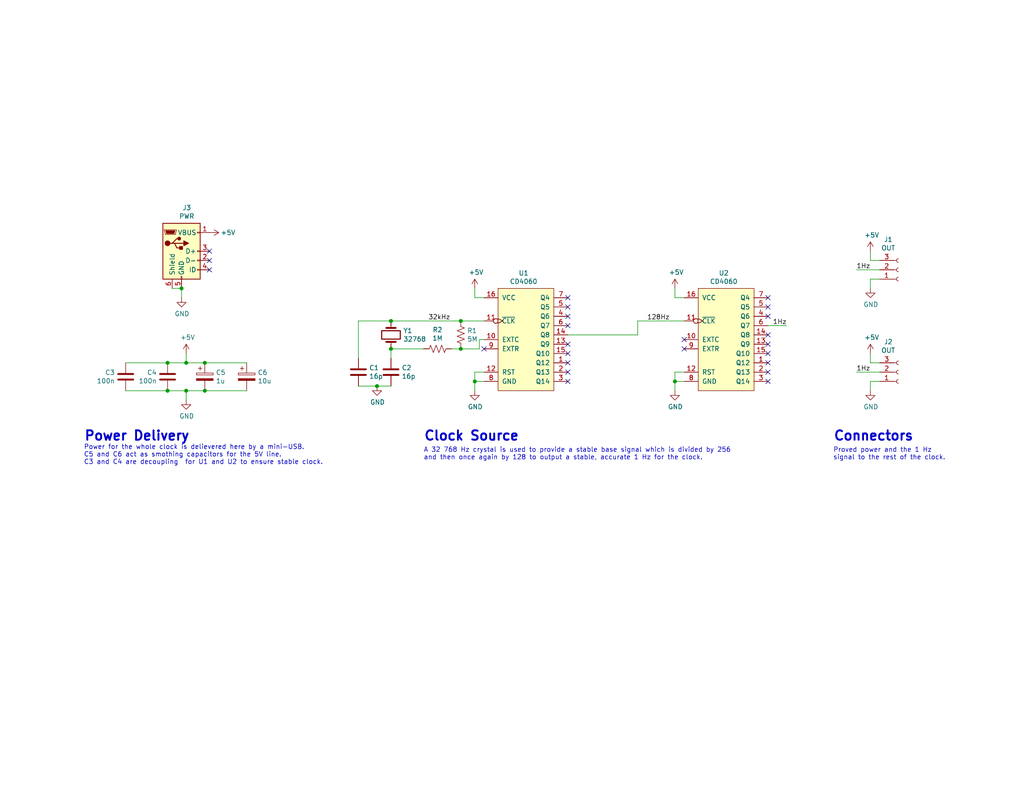
<source format=kicad_sch>
(kicad_sch (version 20211123) (generator eeschema)
  (paper "USLetter")
  (title_block (title "Clock Signal + Power Module") (date "2021-11-28") (rev "1") (company "Savo Bajic") (comment 1 "Accepts power via USB and produces 1Hz for the clock system"))
  (lib_symbols
    (symbol "Connector:Conn_01x03_Female" (pin_names (offset 1.016) hide)
      (property "Reference" "J" (at 0 5.08 0))
      (property "Value" "Conn_01x03_Female" (at 0 -5.08 0))
      (symbol "Conn_01x03_Female_1_1"
        (arc (start 0 -2.032) (mid -0.508 -2.54) (end 0 -3.048) (stroke (width 0.1524)))
        (polyline (pts (xy -1.27 -2.54) (xy -0.508 -2.54)) (stroke (width 0.1524)))
        (polyline (pts (xy -1.27 0) (xy -0.508 0)) (stroke (width 0.1524)))
        (polyline (pts (xy -1.27 2.54) (xy -0.508 2.54)) (stroke (width 0.1524)))
        (arc (start 0 0.508) (mid -0.508 0) (end 0 -0.508) (stroke (width 0.1524)))
        (arc (start 0 3.048) (mid -0.508 2.54) (end 0 2.032) (stroke (width 0.1524)))
        (pin passive line (at -5.08 2.54 0) (length 3.81) (name "Pin_1") (number "1"))
        (pin passive line (at -5.08 0 0) (length 3.81) (name "Pin_2") (number "2"))
        (pin passive line (at -5.08 -2.54 0) (length 3.81) (name "Pin_3") (number "3"))
      )
    )
    (symbol "Connector:USB_B_Mini" (pin_names (offset 1.016))
      (property "Reference" "J" (at -5.08 11.43 0))
      (property "Value" "USB_B_Mini" (at -5.08 8.89 0))
      (symbol "USB_B_Mini_0_1"
        (rectangle (start -5.08 -7.62) (end 5.08 7.62) (stroke (width 0.254)) (fill (type background)))
        (circle (center -3.81 2.159) (radius 0.635) (stroke (width 0.254)) (fill (type outline)))
        (circle (center -0.635 3.429) (radius 0.381) (stroke (width 0.254)) (fill (type outline)))
        (rectangle (start -0.127 -7.62) (end 0.127 -6.858))
        (polyline (pts (xy -1.905 2.159) (xy 0.635 2.159)) (stroke (width 0.254)))
        (polyline (pts (xy -3.175 2.159) (xy -2.54 2.159) (xy -1.27 3.429) (xy -0.635 3.429)) (stroke (width 0.254)))
        (polyline (pts (xy -2.54 2.159) (xy -1.905 2.159) (xy -1.27 0.889) (xy 0 0.889)) (stroke (width 0.254)))
        (polyline (pts (xy 0.635 2.794) (xy 0.635 1.524) (xy 1.905 2.159) (xy 0.635 2.794)) (stroke (width 0.254)) (fill (type outline)))
        (polyline (pts (xy -4.318 5.588) (xy -1.778 5.588) (xy -2.032 4.826) (xy -4.064 4.826) (xy -4.318 5.588)) (fill (type outline)))
        (polyline (pts (xy -4.699 5.842) (xy -4.699 5.588) (xy -4.445 4.826) (xy -4.445 4.572) (xy -1.651 4.572) (xy -1.651 4.826) (xy -1.397 5.588) (xy -1.397 5.842) (xy -4.699 5.842)))
        (rectangle (start 0.254 1.27) (end -0.508 0.508) (stroke (width 0.254)) (fill (type outline)))
        (rectangle (start 5.08 -5.207) (end 4.318 -4.953))
        (rectangle (start 5.08 -2.667) (end 4.318 -2.413))
        (rectangle (start 5.08 -0.127) (end 4.318 0.127))
        (rectangle (start 5.08 4.953) (end 4.318 5.207))
      )
      (symbol "USB_B_Mini_1_1"
        (pin power_out line (at 7.62 5.08 180) (length 2.54) (name "VBUS") (number "1"))
        (pin bidirectional line (at 7.62 -2.54 180) (length 2.54) (name "D-") (number "2"))
        (pin bidirectional line (at 7.62 0 180) (length 2.54) (name "D+") (number "3"))
        (pin passive line (at 7.62 -5.08 180) (length 2.54) (name "ID") (number "4"))
        (pin power_out line (at 0 -10.16 90) (length 2.54) (name "GND") (number "5"))
        (pin passive line (at -2.54 -10.16 90) (length 2.54) (name "Shield") (number "6"))
      )
    )
    (symbol "Device:C" (pin_numbers hide) (pin_names (offset 0.254))
      (property "Reference" "C" (at 0.635 2.54 0))
      (property "Value" "C" (at 0.635 -2.54 0))
      (symbol "C_0_1"
        (polyline (pts (xy -2.032 -0.762) (xy 2.032 -0.762)) (stroke (width 0.508)))
        (polyline (pts (xy -2.032 0.762) (xy 2.032 0.762)) (stroke (width 0.508)))
      )
      (symbol "C_1_1"
        (pin passive line (at 0 3.81 270) (length 2.794) (name "~") (number "1"))
        (pin passive line (at 0 -3.81 90) (length 2.794) (name "~") (number "2"))
      )
    )
    (symbol "Device:CP" (pin_numbers hide) (pin_names (offset 0.254))
      (property "Reference" "C" (at 0.635 2.54 0))
      (property "Value" "Device_CP" (at 0.635 -2.54 0))
      (symbol "CP_0_1"
        (rectangle (start -2.286 0.508) (end 2.286 1.016))
        (polyline (pts (xy -1.778 2.286) (xy -0.762 2.286)))
        (polyline (pts (xy -1.27 2.794) (xy -1.27 1.778)))
        (rectangle (start 2.286 -0.508) (end -2.286 -1.016) (fill (type outline)))
      )
      (symbol "CP_1_1"
        (pin passive line (at 0 3.81 270) (length 2.794) (name "~") (number "1"))
        (pin passive line (at 0 -3.81 90) (length 2.794) (name "~") (number "2"))
      )
    )
    (symbol "Device:Crystal" (pin_numbers hide) (pin_names (offset 1.016) hide)
      (property "Reference" "Y" (at 0 3.81 0))
      (property "Value" "Crystal" (at 0 -3.81 0))
      (symbol "Crystal_0_1"
        (rectangle (start -1.143 2.54) (end 1.143 -2.54) (stroke (width 0.3048)))
        (polyline (pts (xy -2.54 0) (xy -1.905 0)))
        (polyline (pts (xy -1.905 -1.27) (xy -1.905 1.27)) (stroke (width 0.508)))
        (polyline (pts (xy 1.905 -1.27) (xy 1.905 1.27)) (stroke (width 0.508)))
        (polyline (pts (xy 2.54 0) (xy 1.905 0)))
      )
      (symbol "Crystal_1_1"
        (pin passive line (at -3.81 0 0) (length 1.27) (name "1") (number "1"))
        (pin passive line (at 3.81 0 180) (length 1.27) (name "2") (number "2"))
      )
    )
    (symbol "Device:R_US" (pin_numbers hide) (pin_names (offset 0))
      (property "Reference" "R" (at 2.54 0 90))
      (property "Value" "R_US" (at -2.54 0 90))
      (symbol "R_US_0_1"
        (polyline (pts (xy 0 -2.286) (xy 0 -2.54)))
        (polyline (pts (xy 0 2.286) (xy 0 2.54)))
        (polyline (pts (xy 0 -0.762) (xy 1.016 -1.143) (xy 0 -1.524) (xy -1.016 -1.905) (xy 0 -2.286)))
        (polyline (pts (xy 0 0.762) (xy 1.016 0.381) (xy 0 0) (xy -1.016 -0.381) (xy 0 -0.762)))
        (polyline (pts (xy 0 2.286) (xy 1.016 1.905) (xy 0 1.524) (xy -1.016 1.143) (xy 0 0.762)))
      )
      (symbol "R_US_1_1"
        (pin passive line (at 0 3.81 270) (length 1.27) (name "~") (number "1"))
        (pin passive line (at 0 -3.81 90) (length 1.27) (name "~") (number "2"))
      )
    )
    (symbol "clock_ics:CD4060" (pin_names (offset 1.016))
      (property "Reference" "U" (at 0 2.54 0))
      (property "Value" "CD4060" (at 0 0 0))
      (symbol "CD4060_0_1"
        (rectangle (start -7.62 -1.27) (end 7.62 -29.21) (fill (type background)))
      )
      (symbol "CD4060_1_1"
        (pin output line (at 11.43 -21.59 180) (length 3.8354) (name "Q12") (number "1"))
        (pin input line (at -11.43 -15.24 0) (length 3.8354) (name "EXTC") (number "10"))
        (pin input inverted_clock (at -11.43 -10.16 0) (length 3.81) (name "~{CLK}") (number "11"))
        (pin input line (at -11.43 -24.13 0) (length 3.8354) (name "RST") (number "12"))
        (pin output line (at 11.43 -16.51 180) (length 3.8354) (name "Q9") (number "13"))
        (pin output line (at 11.43 -13.97 180) (length 3.8354) (name "Q8") (number "14"))
        (pin output line (at 11.43 -19.05 180) (length 3.8354) (name "Q10") (number "15"))
        (pin power_in line (at -11.43 -3.81 0) (length 3.8354) (name "VCC") (number "16"))
        (pin output line (at 11.43 -24.13 180) (length 3.8354) (name "Q13") (number "2"))
        (pin output line (at 11.43 -26.67 180) (length 3.8354) (name "Q14") (number "3"))
        (pin output line (at 11.43 -8.89 180) (length 3.8354) (name "Q6") (number "4"))
        (pin output line (at 11.43 -6.35 180) (length 3.8354) (name "Q5") (number "5"))
        (pin output line (at 11.43 -11.43 180) (length 3.8354) (name "Q7") (number "6"))
        (pin output line (at 11.43 -3.81 180) (length 3.8354) (name "Q4") (number "7"))
        (pin power_in line (at -11.43 -26.67 0) (length 3.8354) (name "GND") (number "8"))
        (pin input line (at -11.43 -17.78 0) (length 3.8354) (name "EXTR") (number "9"))
      )
    )
    (symbol "power:+5V" (power) (pin_names (offset 0))
      (property "Value" "+5V" (at 0 3.556 0))
      (symbol "+5V_0_1"
        (polyline (pts (xy -0.762 1.27) (xy 0 2.54)))
        (polyline (pts (xy 0 0) (xy 0 2.54)))
        (polyline (pts (xy 0 2.54) (xy 0.762 1.27)))
      )
      (symbol "+5V_1_1"
        (pin power_in line (at 0 0 90) (length 0) hide (name "+5V") (number "1"))
      )
    )
    (symbol "power:GND" (power) (pin_names (offset 0))
      (property "Value" "GND" (at 0 -3.81 0))
      (symbol "GND_0_1"
        (polyline (pts (xy 0 0) (xy 0 -1.27) (xy 1.27 -1.27) (xy 0 -2.54) (xy -1.27 -1.27) (xy 0 -1.27)))
      )
      (symbol "GND_1_1"
        (pin power_in line (at 0 0 270) (length 0) hide (name "GND") (number "1"))
      )
    )
  )
  (junction (at 50.8 99.06))
  (junction (at 45.72 106.68))
  (junction (at 50.8 106.68))
  (junction (at 106.68 95.25))
  (junction (at 184.15 104.14))
  (junction (at 49.53 78.74))
  (junction (at 129.54 104.14))
  (junction (at 125.73 87.63))
  (junction (at 102.87 105.41))
  (junction (at 106.68 87.63))
  (junction (at 55.88 106.68))
  (junction (at 45.72 99.06))
  (junction (at 125.73 95.25))
  (junction (at 55.88 99.06))
  (no_connect (at 57.15 71.12))
  (no_connect (at 154.94 88.9))
  (no_connect (at 154.94 104.14))
  (no_connect (at 154.94 86.36))
  (no_connect (at 209.55 101.6))
  (no_connect (at 154.94 101.6))
  (no_connect (at 209.55 96.52))
  (no_connect (at 209.55 86.36))
  (no_connect (at 154.94 83.82))
  (no_connect (at 154.94 96.52))
  (no_connect (at 57.15 68.58))
  (no_connect (at 209.55 93.98))
  (no_connect (at 209.55 91.44))
  (no_connect (at 209.55 83.82))
  (no_connect (at 154.94 93.98))
  (no_connect (at 57.15 73.66))
  (no_connect (at 186.69 92.71))
  (no_connect (at 154.94 99.06))
  (no_connect (at 209.55 99.06))
  (no_connect (at 132.08 95.25))
  (no_connect (at 154.94 81.28))
  (no_connect (at 209.55 104.14))
  (no_connect (at 209.55 81.28))
  (no_connect (at 186.69 95.25))
  (wire (pts (xy 184.15 78.74) (xy 184.15 81.28)))
  (wire (pts (xy 173.99 87.63) (xy 186.69 87.63)))
  (wire (pts (xy 184.15 106.68) (xy 184.15 104.14)))
  (wire (pts (xy 125.73 87.63) (xy 132.08 87.63)))
  (wire (pts (xy 106.68 97.79) (xy 106.68 95.25)))
  (wire (pts (xy 55.88 99.06) (xy 67.31 99.06)))
  (wire (pts (xy 240.03 71.12) (xy 237.49 71.12)))
  (wire (pts (xy 125.73 95.25) (xy 123.19 95.25)))
  (wire (pts (xy 237.49 99.06) (xy 237.49 96.52)))
  (wire (pts (xy 97.79 97.79) (xy 97.79 87.63)))
  (wire (pts (xy 184.15 81.28) (xy 186.69 81.28)))
  (wire (pts (xy 233.68 101.6) (xy 240.03 101.6)))
  (wire (pts (xy 97.79 87.63) (xy 106.68 87.63)))
  (wire (pts (xy 130.81 95.25) (xy 125.73 95.25)))
  (wire (pts (xy 106.68 87.63) (xy 125.73 87.63)))
  (wire (pts (xy 129.54 78.74) (xy 129.54 81.28)))
  (wire (pts (xy 46.99 78.74) (xy 49.53 78.74)))
  (wire (pts (xy 129.54 101.6) (xy 129.54 104.14)))
  (wire (pts (xy 214.63 88.9) (xy 209.55 88.9)))
  (wire (pts (xy 115.57 95.25) (xy 106.68 95.25)))
  (wire (pts (xy 102.87 105.41) (xy 106.68 105.41)))
  (wire (pts (xy 97.79 105.41) (xy 102.87 105.41)))
  (wire (pts (xy 132.08 101.6) (xy 129.54 101.6)))
  (wire (pts (xy 237.49 76.2) (xy 240.03 76.2)))
  (wire (pts (xy 34.29 99.06) (xy 45.72 99.06)))
  (wire (pts (xy 237.49 78.74) (xy 237.49 76.2)))
  (wire (pts (xy 49.53 78.74) (xy 49.53 81.28)))
  (wire (pts (xy 129.54 81.28) (xy 132.08 81.28)))
  (wire (pts (xy 50.8 106.68) (xy 45.72 106.68)))
  (wire (pts (xy 173.99 91.44) (xy 173.99 87.63)))
  (wire (pts (xy 67.31 106.68) (xy 55.88 106.68)))
  (wire (pts (xy 132.08 92.71) (xy 130.81 92.71)))
  (wire (pts (xy 130.81 92.71) (xy 130.81 95.25)))
  (wire (pts (xy 237.49 106.68) (xy 237.49 104.14)))
  (wire (pts (xy 129.54 106.68) (xy 129.54 104.14)))
  (wire (pts (xy 55.88 106.68) (xy 50.8 106.68)))
  (wire (pts (xy 237.49 104.14) (xy 240.03 104.14)))
  (wire (pts (xy 233.68 73.66) (xy 240.03 73.66)))
  (wire (pts (xy 237.49 71.12) (xy 237.49 68.58)))
  (wire (pts (xy 45.72 99.06) (xy 50.8 99.06)))
  (wire (pts (xy 50.8 99.06) (xy 55.88 99.06)))
  (wire (pts (xy 184.15 101.6) (xy 184.15 104.14)))
  (wire (pts (xy 50.8 109.22) (xy 50.8 106.68)))
  (wire (pts (xy 186.69 101.6) (xy 184.15 101.6)))
  (wire (pts (xy 184.15 104.14) (xy 186.69 104.14)))
  (wire (pts (xy 240.03 99.06) (xy 237.49 99.06)))
  (wire (pts (xy 154.94 91.44) (xy 173.99 91.44)))
  (wire (pts (xy 50.8 99.06) (xy 50.8 96.52)))
  (wire (pts (xy 129.54 104.14) (xy 132.08 104.14)))
  (wire (pts (xy 45.72 106.68) (xy 34.29 106.68)))
  (text "Power Delivery" (at 22.86 120.65 0) (effects (font (size 2.5654 2.5654) (thickness 0.5131) bold) (justify left bottom)))
  (text "Clock Source" (at 115.57 120.65 0) (effects (font (size 2.5654 2.5654) (thickness 0.5131) bold) (justify left bottom)))
  (text "Proved power and the 1 Hz \nsignal to the rest of the clock." (at 227.33 125.73 0) (effects (font (size 1.27 1.27)) (justify left bottom)))
  (text "A 32 768 Hz crystal is used to provide a stable base signal which is divided by 256\nand then once again by 128 to output a stable, accurate 1 Hz for the clock." (at 115.57 125.73 0) (effects (font (size 1.27 1.27)) (justify left bottom)))
  (text "Connectors" (at 227.33 120.65 0) (effects (font (size 2.5654 2.5654) (thickness 0.5131) bold) (justify left bottom)))
  (text "Power for the whole clock is delievered here by a mini-USB.\nC5 and C6 act as smothing capacitors for the 5V line.\nC3 and C4 are decoupling  for U1 and U2 to ensure stable clock." (at 22.86 127 0) (effects (font (size 1.27 1.27)) (justify left bottom)))
  (label "128Hz" (at 176.53 87.63 0))
  (label "1Hz" (at 233.68 73.66 0))
  (label "32kHz" (at 116.84 87.63 0))
  (label "1Hz" (at 214.63 88.9 180))
  (label "1Hz" (at 233.68 101.6 0))
  (symbol (lib_id "clock_ics:CD4060") (at 143.51 77.47 0) (unit 1)
    (property "Reference" "U1" (at 142.875 74.549 0))
    (property "Value" "CD4060" (at 142.875 76.8604 0))
    (property "Footprint" "Package_DIP:DIP-16_W7.62mm" (effects hide))
  )
  (symbol (lib_id "Device:Crystal") (at 106.68 91.44 90) (unit 1)
    (property "Reference" "Y1" (at 110.0074 90.2716 90) (effects (justify right)))
    (property "Value" "32768" (at 110.0074 92.583 90) (effects (justify right)))
    (property "Footprint" "Crystal:Crystal_DS15_D1.5mm_L5.0mm_Horizontal" (effects hide))
  )
  (symbol (lib_id "Device:C") (at 106.68 101.6 0) (unit 1)
    (property "Reference" "C2" (at 109.601 100.4316 0) (effects (justify left)))
    (property "Value" "16p" (at 109.601 102.743 0) (effects (justify left)))
    (property "Footprint" "Capacitor_THT:C_Disc_D3.4mm_W2.1mm_P2.50mm" (effects hide))
  )
  (symbol (lib_id "Device:C") (at 97.79 101.6 0) (unit 1)
    (property "Reference" "C1" (at 100.711 100.4316 0) (effects (justify left)))
    (property "Value" "16p" (at 100.711 102.743 0) (effects (justify left)))
    (property "Footprint" "Capacitor_THT:C_Disc_D3.4mm_W2.1mm_P2.50mm" (effects hide))
  )
  (symbol (lib_id "Device:R_US") (at 119.38 95.25 90) (unit 1)
    (property "Reference" "R2" (at 119.38 90.043 90))
    (property "Value" "1M" (at 119.38 92.3544 90))
    (property "Footprint" "Resistor_THT:R_Axial_DIN0207_L6.3mm_D2.5mm_P10.16mm_Horizontal" (effects hide))
  )
  (symbol (lib_id "Device:R_US") (at 125.73 91.44 180) (unit 1)
    (property "Reference" "R1" (at 127.4572 90.2716 0) (effects (justify right)))
    (property "Value" "5M" (at 127.4572 92.583 0) (effects (justify right)))
    (property "Footprint" "Resistor_THT:R_Axial_DIN0207_L6.3mm_D2.5mm_P10.16mm_Horizontal" (effects hide))
  )
  (symbol (lib_id "power:GND") (at 102.87 105.41 0) (unit 1)
    (property "Reference" "#PWR0101" (effects hide))
    (property "Value" "GND" (at 102.997 109.8042 0))
  )
  (symbol (lib_id "power:GND") (at 129.54 106.68 0) (unit 1)
    (property "Reference" "#PWR0102" (effects hide))
    (property "Value" "GND" (at 129.667 111.0742 0))
  )
  (symbol (lib_id "power:+5V") (at 129.54 78.74 0) (unit 1)
    (property "Reference" "#PWR0103" (effects hide))
    (property "Value" "+5V" (at 129.921 74.3458 0))
  )
  (symbol (lib_id "clock_ics:CD4060") (at 198.12 77.47 0) (unit 1)
    (property "Reference" "U2" (at 197.485 74.549 0))
    (property "Value" "CD4060" (at 197.485 76.8604 0))
    (property "Footprint" "Package_DIP:DIP-16_W7.62mm" (effects hide))
  )
  (symbol (lib_id "power:GND") (at 184.15 106.68 0) (unit 1)
    (property "Reference" "#PWR0104" (effects hide))
    (property "Value" "GND" (at 184.277 111.0742 0))
  )
  (symbol (lib_id "power:+5V") (at 184.15 78.74 0) (unit 1)
    (property "Reference" "#PWR0105" (effects hide))
    (property "Value" "+5V" (at 184.531 74.3458 0))
  )
  (symbol (lib_id "Connector:Conn_01x03_Female") (at 245.11 73.66 0) (mirror x) (unit 1)
    (property "Reference" "J1" (at 242.3668 65.405 0))
    (property "Value" "OUT" (at 242.3668 67.7164 0))
    (property "Footprint" "Connector_PinSocket_2.54mm:PinSocket_1x03_P2.54mm_Horizontal" (effects hide))
  )
  (symbol (lib_id "Connector:USB_B_Mini") (at 49.53 68.58 0) (unit 1)
    (property "Reference" "J3" (at 50.9778 56.7182 0))
    (property "Value" "PWR" (at 50.9778 59.0296 0))
    (property "Footprint" "2172034-1:TE_2172034-1" (effects hide))
  )
  (symbol (lib_id "power:+5V") (at 57.15 63.5 270) (unit 1)
    (property "Reference" "#PWR0110" (effects hide))
    (property "Value" "+5V" (at 62.23 63.5 90))
  )
  (symbol (lib_id "power:GND") (at 49.53 81.28 0) (unit 1)
    (property "Reference" "#PWR0111" (effects hide))
    (property "Value" "GND" (at 49.657 85.6742 0))
  )
  (symbol (lib_id "Device:C") (at 45.72 102.87 0) (mirror x) (unit 1)
    (property "Reference" "C4" (at 42.799 101.7016 0) (effects (justify right)))
    (property "Value" "100n" (at 42.799 104.013 0) (effects (justify right)))
    (property "Footprint" "Capacitor_THT:C_Disc_D3.0mm_W2.0mm_P2.50mm" (effects hide))
  )
  (symbol (lib_id "Device:C") (at 34.29 102.87 0) (mirror x) (unit 1)
    (property "Reference" "C3" (at 31.369 101.7016 0) (effects (justify right)))
    (property "Value" "100n" (at 31.369 104.013 0) (effects (justify right)))
    (property "Footprint" "Capacitor_THT:C_Disc_D3.0mm_W2.0mm_P2.50mm" (effects hide))
  )
  (symbol (lib_id "power:+5V") (at 50.8 96.52 0) (unit 1)
    (property "Reference" "#PWR0112" (effects hide))
    (property "Value" "+5V" (at 51.181 92.1258 0))
  )
  (symbol (lib_id "power:GND") (at 50.8 109.22 0) (unit 1)
    (property "Reference" "#PWR0113" (effects hide))
    (property "Value" "GND" (at 50.927 113.6142 0))
  )
  (symbol (lib_id "power:+5V") (at 237.49 68.58 0) (unit 1)
    (property "Reference" "#PWR0106" (effects hide))
    (property "Value" "+5V" (at 237.871 64.1858 0))
  )
  (symbol (lib_id "power:GND") (at 237.49 78.74 0) (unit 1)
    (property "Reference" "#PWR0107" (effects hide))
    (property "Value" "GND" (at 237.617 83.1342 0))
  )
  (symbol (lib_id "Connector:Conn_01x03_Female") (at 245.11 101.6 0) (mirror x) (unit 1)
    (property "Reference" "J2" (at 242.3668 93.345 0))
    (property "Value" "OUT" (at 242.3668 95.6564 0))
    (property "Footprint" "Connector_PinSocket_2.54mm:PinSocket_1x03_P2.54mm_Horizontal" (effects hide))
  )
  (symbol (lib_id "power:+5V") (at 237.49 96.52 0) (unit 1)
    (property "Reference" "#PWR0108" (effects hide))
    (property "Value" "+5V" (at 237.871 92.1258 0))
  )
  (symbol (lib_id "power:GND") (at 237.49 106.68 0) (unit 1)
    (property "Reference" "#PWR0109" (effects hide))
    (property "Value" "GND" (at 237.617 111.0742 0))
  )
  (symbol (lib_id "Device:CP") (at 67.31 102.87 0) (unit 1)
    (property "Reference" "C6" (at 70.3072 101.7016 0) (effects (justify left)))
    (property "Value" "10u" (at 70.3072 104.013 0) (effects (justify left)))
    (property "Footprint" "Capacitor_THT:CP_Radial_D4.0mm_P2.00mm" (effects hide))
  )
  (symbol (lib_id "Device:CP") (at 55.88 102.87 0) (unit 1)
    (property "Reference" "C5" (at 58.8772 101.7016 0) (effects (justify left)))
    (property "Value" "1u" (at 58.8772 104.013 0) (effects (justify left)))
    (property "Footprint" "Capacitor_THT:CP_Radial_D4.0mm_P2.00mm" (effects hide))
  )
)
</source>
